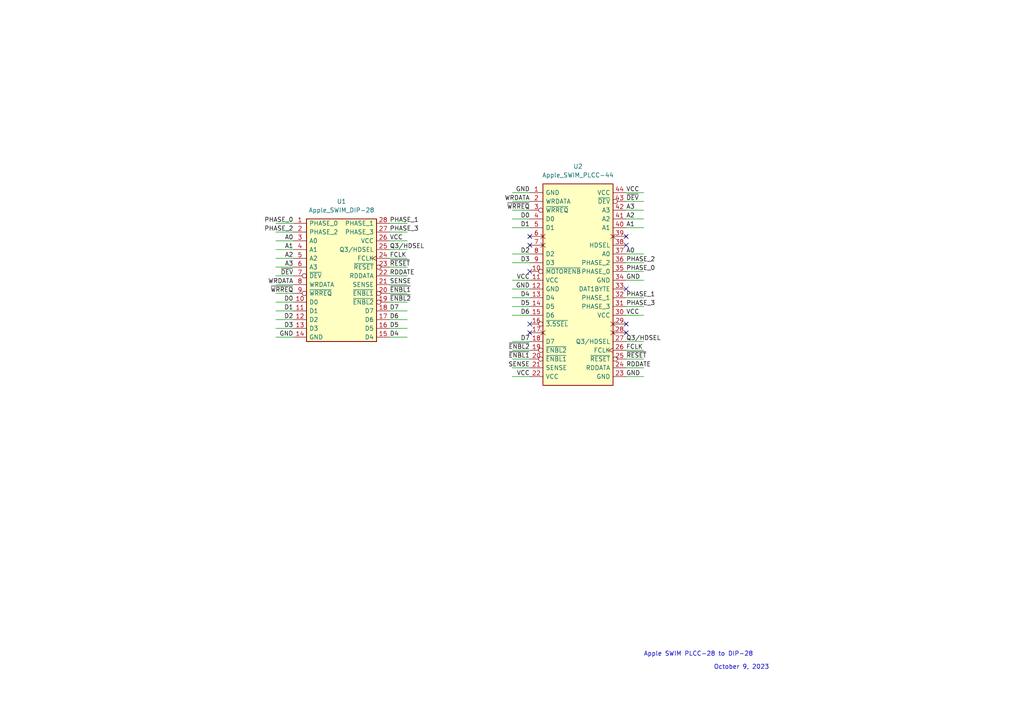
<source format=kicad_sch>
(kicad_sch (version 20211123) (generator eeschema)

  (uuid c73a1931-7372-48ba-ab36-914e4fba4a73)

  (paper "A4")

  (lib_symbols
    (symbol "alxlab:Apple_SWIM_DIP-28" (pin_names (offset 0.762)) (in_bom yes) (on_board yes)
      (property "Reference" "U" (id 0) (at 0 21.59 0)
        (effects (font (size 1.27 1.27)))
      )
      (property "Value" "Apple_SWIM_DIP-28" (id 1) (at 0 19.05 0)
        (effects (font (size 1.27 1.27)))
      )
      (property "Footprint" "Package_DIP:DIP-28_W15.24mm" (id 2) (at 0 -21.59 0)
        (effects (font (size 1.27 1.27)) hide)
      )
      (property "Datasheet" "" (id 3) (at 0 -5.08 0)
        (effects (font (size 1.27 1.27)) hide)
      )
      (symbol "Apple_SWIM_DIP-28_1_1"
        (rectangle (start -10.16 16.51) (end 10.16 -19.05)
          (stroke (width 0.254) (type default) (color 0 0 0 0))
          (fill (type background))
        )
        (pin bidirectional line (at -13.97 15.24 0) (length 3.81)
          (name "PHASE_0" (effects (font (size 1.27 1.27))))
          (number "1" (effects (font (size 1.27 1.27))))
        )
        (pin bidirectional line (at -13.97 -7.62 0) (length 3.81)
          (name "D0" (effects (font (size 1.27 1.27))))
          (number "10" (effects (font (size 1.27 1.27))))
        )
        (pin bidirectional line (at -13.97 -10.16 0) (length 3.81)
          (name "D1" (effects (font (size 1.27 1.27))))
          (number "11" (effects (font (size 1.27 1.27))))
        )
        (pin bidirectional line (at -13.97 -12.7 0) (length 3.81)
          (name "D2" (effects (font (size 1.27 1.27))))
          (number "12" (effects (font (size 1.27 1.27))))
        )
        (pin bidirectional line (at -13.97 -15.24 0) (length 3.81)
          (name "D3" (effects (font (size 1.27 1.27))))
          (number "13" (effects (font (size 1.27 1.27))))
        )
        (pin power_in line (at -13.97 -17.78 0) (length 3.81)
          (name "GND" (effects (font (size 1.27 1.27))))
          (number "14" (effects (font (size 1.27 1.27))))
        )
        (pin bidirectional line (at 13.97 -17.78 180) (length 3.81)
          (name "D4" (effects (font (size 1.27 1.27))))
          (number "15" (effects (font (size 1.27 1.27))))
        )
        (pin bidirectional line (at 13.97 -15.24 180) (length 3.81)
          (name "D5" (effects (font (size 1.27 1.27))))
          (number "16" (effects (font (size 1.27 1.27))))
        )
        (pin bidirectional line (at 13.97 -12.7 180) (length 3.81)
          (name "D6" (effects (font (size 1.27 1.27))))
          (number "17" (effects (font (size 1.27 1.27))))
        )
        (pin bidirectional line (at 13.97 -10.16 180) (length 3.81)
          (name "D7" (effects (font (size 1.27 1.27))))
          (number "18" (effects (font (size 1.27 1.27))))
        )
        (pin output inverted (at 13.97 -7.62 180) (length 3.81)
          (name "~{ENBL2}" (effects (font (size 1.27 1.27))))
          (number "19" (effects (font (size 1.27 1.27))))
        )
        (pin bidirectional line (at -13.97 12.7 0) (length 3.81)
          (name "PHASE_2" (effects (font (size 1.27 1.27))))
          (number "2" (effects (font (size 1.27 1.27))))
        )
        (pin output inverted (at 13.97 -5.08 180) (length 3.81)
          (name "~{ENBL1}" (effects (font (size 1.27 1.27))))
          (number "20" (effects (font (size 1.27 1.27))))
        )
        (pin input line (at 13.97 -2.54 180) (length 3.81)
          (name "SENSE" (effects (font (size 1.27 1.27))))
          (number "21" (effects (font (size 1.27 1.27))))
        )
        (pin input line (at 13.97 0 180) (length 3.81)
          (name "RDDATA" (effects (font (size 1.27 1.27))))
          (number "22" (effects (font (size 1.27 1.27))))
        )
        (pin input inverted (at 13.97 2.54 180) (length 3.81)
          (name "~{RESET}" (effects (font (size 1.27 1.27))))
          (number "23" (effects (font (size 1.27 1.27))))
        )
        (pin input clock (at 13.97 5.08 180) (length 3.81)
          (name "FCLK" (effects (font (size 1.27 1.27))))
          (number "24" (effects (font (size 1.27 1.27))))
        )
        (pin bidirectional line (at 13.97 7.62 180) (length 3.81)
          (name "Q3/HDSEL" (effects (font (size 1.27 1.27))))
          (number "25" (effects (font (size 1.27 1.27))))
        )
        (pin power_in line (at 13.97 10.16 180) (length 3.81)
          (name "VCC" (effects (font (size 1.27 1.27))))
          (number "26" (effects (font (size 1.27 1.27))))
        )
        (pin bidirectional line (at 13.97 12.7 180) (length 3.81)
          (name "PHASE_3" (effects (font (size 1.27 1.27))))
          (number "27" (effects (font (size 1.27 1.27))))
        )
        (pin bidirectional line (at 13.97 15.24 180) (length 3.81)
          (name "PHASE_1" (effects (font (size 1.27 1.27))))
          (number "28" (effects (font (size 1.27 1.27))))
        )
        (pin input line (at -13.97 10.16 0) (length 3.81)
          (name "A0" (effects (font (size 1.27 1.27))))
          (number "3" (effects (font (size 1.27 1.27))))
        )
        (pin input line (at -13.97 7.62 0) (length 3.81)
          (name "A1" (effects (font (size 1.27 1.27))))
          (number "4" (effects (font (size 1.27 1.27))))
        )
        (pin input line (at -13.97 5.08 0) (length 3.81)
          (name "A2" (effects (font (size 1.27 1.27))))
          (number "5" (effects (font (size 1.27 1.27))))
        )
        (pin input line (at -13.97 2.54 0) (length 3.81)
          (name "A3" (effects (font (size 1.27 1.27))))
          (number "6" (effects (font (size 1.27 1.27))))
        )
        (pin input inverted (at -13.97 0 0) (length 3.81)
          (name "~{DEV}" (effects (font (size 1.27 1.27))))
          (number "7" (effects (font (size 1.27 1.27))))
        )
        (pin output line (at -13.97 -2.54 0) (length 3.81)
          (name "WRDATA" (effects (font (size 1.27 1.27))))
          (number "8" (effects (font (size 1.27 1.27))))
        )
        (pin output inverted (at -13.97 -5.08 0) (length 3.81)
          (name "~{WRREQ}" (effects (font (size 1.27 1.27))))
          (number "9" (effects (font (size 1.27 1.27))))
        )
      )
    )
    (symbol "alxlab:Apple_SWIM_PLCC-44" (pin_names (offset 0.762)) (in_bom yes) (on_board yes)
      (property "Reference" "U" (id 0) (at 0 35.56 0)
        (effects (font (size 1.27 1.27)))
      )
      (property "Value" "Apple_SWIM_PLCC-44" (id 1) (at 0 33.02 0)
        (effects (font (size 1.27 1.27)))
      )
      (property "Footprint" "Package_LCC:PLCC-44" (id 2) (at 0 -33.02 0)
        (effects (font (size 1.27 1.27)) hide)
      )
      (property "Datasheet" "" (id 3) (at 0 -5.08 0)
        (effects (font (size 1.27 1.27)) hide)
      )
      (symbol "Apple_SWIM_PLCC-44_1_1"
        (rectangle (start -10.16 29.21) (end 10.16 -29.21)
          (stroke (width 0.254) (type default) (color 0 0 0 0))
          (fill (type background))
        )
        (pin power_in line (at -13.97 26.67 0) (length 3.81)
          (name "GND" (effects (font (size 1.27 1.27))))
          (number "1" (effects (font (size 1.27 1.27))))
        )
        (pin output inverted (at -13.97 3.81 0) (length 3.81)
          (name "~{MOTORENB}" (effects (font (size 1.27 1.27))))
          (number "10" (effects (font (size 1.27 1.27))))
        )
        (pin power_in line (at -13.97 1.27 0) (length 3.81)
          (name "VCC" (effects (font (size 1.27 1.27))))
          (number "11" (effects (font (size 1.27 1.27))))
        )
        (pin power_in line (at -13.97 -1.27 0) (length 3.81)
          (name "GND" (effects (font (size 1.27 1.27))))
          (number "12" (effects (font (size 1.27 1.27))))
        )
        (pin bidirectional line (at -13.97 -3.81 0) (length 3.81)
          (name "D4" (effects (font (size 1.27 1.27))))
          (number "13" (effects (font (size 1.27 1.27))))
        )
        (pin bidirectional line (at -13.97 -6.35 0) (length 3.81)
          (name "D5" (effects (font (size 1.27 1.27))))
          (number "14" (effects (font (size 1.27 1.27))))
        )
        (pin bidirectional line (at -13.97 -8.89 0) (length 3.81)
          (name "D6" (effects (font (size 1.27 1.27))))
          (number "15" (effects (font (size 1.27 1.27))))
        )
        (pin output inverted (at -13.97 -11.43 0) (length 3.81)
          (name "~{3.5SEL}" (effects (font (size 1.27 1.27))))
          (number "16" (effects (font (size 1.27 1.27))))
        )
        (pin no_connect non_logic (at -13.97 -13.97 0) (length 3.81)
          (name "" (effects (font (size 1.27 1.27))))
          (number "17" (effects (font (size 1.27 1.27))))
        )
        (pin bidirectional line (at -13.97 -16.51 0) (length 3.81)
          (name "D7" (effects (font (size 1.27 1.27))))
          (number "18" (effects (font (size 1.27 1.27))))
        )
        (pin output inverted (at -13.97 -19.05 0) (length 3.81)
          (name "~{ENBL2}" (effects (font (size 1.27 1.27))))
          (number "19" (effects (font (size 1.27 1.27))))
        )
        (pin output line (at -13.97 24.13 0) (length 3.81)
          (name "WRDATA" (effects (font (size 1.27 1.27))))
          (number "2" (effects (font (size 1.27 1.27))))
        )
        (pin output inverted (at -13.97 -21.59 0) (length 3.81)
          (name "~{ENBL1}" (effects (font (size 1.27 1.27))))
          (number "20" (effects (font (size 1.27 1.27))))
        )
        (pin input line (at -13.97 -24.13 0) (length 3.81)
          (name "SENSE" (effects (font (size 1.27 1.27))))
          (number "21" (effects (font (size 1.27 1.27))))
        )
        (pin power_in line (at -13.97 -26.67 0) (length 3.81)
          (name "VCC" (effects (font (size 1.27 1.27))))
          (number "22" (effects (font (size 1.27 1.27))))
        )
        (pin power_in line (at 13.97 -26.67 180) (length 3.81)
          (name "GND" (effects (font (size 1.27 1.27))))
          (number "23" (effects (font (size 1.27 1.27))))
        )
        (pin input line (at 13.97 -24.13 180) (length 3.81)
          (name "RDDATA" (effects (font (size 1.27 1.27))))
          (number "24" (effects (font (size 1.27 1.27))))
        )
        (pin input inverted (at 13.97 -21.59 180) (length 3.81)
          (name "~{RESET}" (effects (font (size 1.27 1.27))))
          (number "25" (effects (font (size 1.27 1.27))))
        )
        (pin input clock (at 13.97 -19.05 180) (length 3.81)
          (name "FCLK" (effects (font (size 1.27 1.27))))
          (number "26" (effects (font (size 1.27 1.27))))
        )
        (pin bidirectional line (at 13.97 -16.51 180) (length 3.81)
          (name "Q3/HDSEL" (effects (font (size 1.27 1.27))))
          (number "27" (effects (font (size 1.27 1.27))))
        )
        (pin no_connect non_logic (at 13.97 -13.97 180) (length 3.81)
          (name "" (effects (font (size 1.27 1.27))))
          (number "28" (effects (font (size 1.27 1.27))))
        )
        (pin no_connect non_logic (at 13.97 -11.43 180) (length 3.81)
          (name "" (effects (font (size 1.27 1.27))))
          (number "29" (effects (font (size 1.27 1.27))))
        )
        (pin output inverted (at -13.97 21.59 0) (length 3.81)
          (name "~{WRREQ}" (effects (font (size 1.27 1.27))))
          (number "3" (effects (font (size 1.27 1.27))))
        )
        (pin power_in line (at 13.97 -8.89 180) (length 3.81)
          (name "VCC" (effects (font (size 1.27 1.27))))
          (number "30" (effects (font (size 1.27 1.27))))
        )
        (pin bidirectional line (at 13.97 -6.35 180) (length 3.81)
          (name "PHASE_3" (effects (font (size 1.27 1.27))))
          (number "31" (effects (font (size 1.27 1.27))))
        )
        (pin bidirectional line (at 13.97 -3.81 180) (length 3.81)
          (name "PHASE_1" (effects (font (size 1.27 1.27))))
          (number "32" (effects (font (size 1.27 1.27))))
        )
        (pin output line (at 13.97 -1.27 180) (length 3.81)
          (name "DAT1BYTE" (effects (font (size 1.27 1.27))))
          (number "33" (effects (font (size 1.27 1.27))))
        )
        (pin power_in line (at 13.97 1.27 180) (length 3.81)
          (name "GND" (effects (font (size 1.27 1.27))))
          (number "34" (effects (font (size 1.27 1.27))))
        )
        (pin bidirectional line (at 13.97 3.81 180) (length 3.81)
          (name "PHASE_0" (effects (font (size 1.27 1.27))))
          (number "35" (effects (font (size 1.27 1.27))))
        )
        (pin bidirectional line (at 13.97 6.35 180) (length 3.81)
          (name "PHASE_2" (effects (font (size 1.27 1.27))))
          (number "36" (effects (font (size 1.27 1.27))))
        )
        (pin input line (at 13.97 8.89 180) (length 3.81)
          (name "A0" (effects (font (size 1.27 1.27))))
          (number "37" (effects (font (size 1.27 1.27))))
        )
        (pin output line (at 13.97 11.43 180) (length 3.81)
          (name "HDSEL" (effects (font (size 1.27 1.27))))
          (number "38" (effects (font (size 1.27 1.27))))
        )
        (pin no_connect non_logic (at 13.97 13.97 180) (length 3.81)
          (name "" (effects (font (size 1.27 1.27))))
          (number "39" (effects (font (size 1.27 1.27))))
        )
        (pin bidirectional line (at -13.97 19.05 0) (length 3.81)
          (name "D0" (effects (font (size 1.27 1.27))))
          (number "4" (effects (font (size 1.27 1.27))))
        )
        (pin input line (at 13.97 16.51 180) (length 3.81)
          (name "A1" (effects (font (size 1.27 1.27))))
          (number "40" (effects (font (size 1.27 1.27))))
        )
        (pin input line (at 13.97 19.05 180) (length 3.81)
          (name "A2" (effects (font (size 1.27 1.27))))
          (number "41" (effects (font (size 1.27 1.27))))
        )
        (pin input line (at 13.97 21.59 180) (length 3.81)
          (name "A3" (effects (font (size 1.27 1.27))))
          (number "42" (effects (font (size 1.27 1.27))))
        )
        (pin input inverted (at 13.97 24.13 180) (length 3.81)
          (name "~{DEV}" (effects (font (size 1.27 1.27))))
          (number "43" (effects (font (size 1.27 1.27))))
        )
        (pin power_in line (at 13.97 26.67 180) (length 3.81)
          (name "VCC" (effects (font (size 1.27 1.27))))
          (number "44" (effects (font (size 1.27 1.27))))
        )
        (pin bidirectional line (at -13.97 16.51 0) (length 3.81)
          (name "D1" (effects (font (size 1.27 1.27))))
          (number "5" (effects (font (size 1.27 1.27))))
        )
        (pin no_connect non_logic (at -13.97 13.97 0) (length 3.81)
          (name "" (effects (font (size 1.27 1.27))))
          (number "6" (effects (font (size 1.27 1.27))))
        )
        (pin no_connect non_logic (at -13.97 11.43 0) (length 3.81)
          (name "" (effects (font (size 1.27 1.27))))
          (number "7" (effects (font (size 1.27 1.27))))
        )
        (pin bidirectional line (at -13.97 8.89 0) (length 3.81)
          (name "D2" (effects (font (size 1.27 1.27))))
          (number "8" (effects (font (size 1.27 1.27))))
        )
        (pin bidirectional line (at -13.97 6.35 0) (length 3.81)
          (name "D3" (effects (font (size 1.27 1.27))))
          (number "9" (effects (font (size 1.27 1.27))))
        )
      )
    )
  )


  (no_connect (at 153.67 96.52) (uuid 29c7534f-a044-486b-a3ae-fa4b4e813858))
  (no_connect (at 181.61 71.12) (uuid 3cc5e0ca-efe3-4cee-9182-b16898fbdb67))
  (no_connect (at 153.67 68.58) (uuid 82465688-df06-40e5-b282-fd2f8bcc8093))
  (no_connect (at 153.67 93.98) (uuid 94c5ecc0-26ff-40a5-b853-f3730f1822b4))
  (no_connect (at 153.67 71.12) (uuid 9b491dc4-bea8-4e94-8991-fee4a25f8ad0))
  (no_connect (at 153.67 78.74) (uuid a6e466d2-56af-4e15-9d13-d7bbf076c584))
  (no_connect (at 181.61 93.98) (uuid a81725f7-6a56-4ada-b1c8-e46e1433f06c))
  (no_connect (at 181.61 83.82) (uuid c4424436-10e2-49de-9bc8-7cddef24b901))
  (no_connect (at 181.61 96.52) (uuid c83be1fa-da20-4e3a-aea9-2d9b4ef48049))
  (no_connect (at 181.61 68.58) (uuid d8eb849c-c34e-4ed6-ae70-862f6b3d51a8))

  (wire (pts (xy 80.01 67.31) (xy 85.09 67.31))
    (stroke (width 0) (type default) (color 0 0 0 0))
    (uuid 02b6d859-cf0a-4b78-90d7-c245f4606047)
  )
  (wire (pts (xy 80.01 80.01) (xy 85.09 80.01))
    (stroke (width 0) (type default) (color 0 0 0 0))
    (uuid 0561e8e0-7b08-41d1-b83c-2c8c790e25cd)
  )
  (wire (pts (xy 113.03 90.17) (xy 118.11 90.17))
    (stroke (width 0) (type default) (color 0 0 0 0))
    (uuid 0b4b483e-d99d-4f87-b4f8-71da52a8e61e)
  )
  (wire (pts (xy 80.01 69.85) (xy 85.09 69.85))
    (stroke (width 0) (type default) (color 0 0 0 0))
    (uuid 0d9320bb-9627-46bc-9ef6-5a7587493f01)
  )
  (wire (pts (xy 113.03 97.79) (xy 118.11 97.79))
    (stroke (width 0) (type default) (color 0 0 0 0))
    (uuid 0ee116da-0fc1-46a0-9267-732f40e70fe2)
  )
  (wire (pts (xy 181.61 55.88) (xy 186.69 55.88))
    (stroke (width 0) (type default) (color 0 0 0 0))
    (uuid 1e4d1277-7e7e-4e68-ada5-eae1c2fad7f3)
  )
  (wire (pts (xy 80.01 82.55) (xy 85.09 82.55))
    (stroke (width 0) (type default) (color 0 0 0 0))
    (uuid 2035f49e-1f8c-4c90-bf34-b8f0fbf9c692)
  )
  (wire (pts (xy 148.59 76.2) (xy 153.67 76.2))
    (stroke (width 0) (type default) (color 0 0 0 0))
    (uuid 21a6a613-cd7a-422b-ac0a-8e25fbcf2593)
  )
  (wire (pts (xy 181.61 88.9) (xy 186.69 88.9))
    (stroke (width 0) (type default) (color 0 0 0 0))
    (uuid 25b118b6-c3d8-4b1e-b1ea-7f6cfc095a0b)
  )
  (wire (pts (xy 113.03 80.01) (xy 118.11 80.01))
    (stroke (width 0) (type default) (color 0 0 0 0))
    (uuid 2a3db7da-00db-4266-9343-a2a2b1142648)
  )
  (wire (pts (xy 181.61 101.6) (xy 186.69 101.6))
    (stroke (width 0) (type default) (color 0 0 0 0))
    (uuid 2cbff663-a1a6-4a16-afbe-e942a7a9941c)
  )
  (wire (pts (xy 148.59 63.5) (xy 153.67 63.5))
    (stroke (width 0) (type default) (color 0 0 0 0))
    (uuid 30f9f705-a157-4364-8ebf-f4e94ae78272)
  )
  (wire (pts (xy 153.67 104.14) (xy 148.59 104.14))
    (stroke (width 0) (type default) (color 0 0 0 0))
    (uuid 32bad0e2-d3a9-4bd3-b9fe-482beb10a57a)
  )
  (wire (pts (xy 148.59 73.66) (xy 153.67 73.66))
    (stroke (width 0) (type default) (color 0 0 0 0))
    (uuid 3498303e-cf85-4500-9da5-c4a2b33a2086)
  )
  (wire (pts (xy 153.67 86.36) (xy 148.59 86.36))
    (stroke (width 0) (type default) (color 0 0 0 0))
    (uuid 38b8e677-1b65-4f87-9bcf-2432bdf46311)
  )
  (wire (pts (xy 148.59 66.04) (xy 153.67 66.04))
    (stroke (width 0) (type default) (color 0 0 0 0))
    (uuid 392489c8-2e8c-4985-af57-411f4da06e1b)
  )
  (wire (pts (xy 80.01 87.63) (xy 85.09 87.63))
    (stroke (width 0) (type default) (color 0 0 0 0))
    (uuid 40e3e4db-31f7-4c20-8cb0-046ecca1ebc6)
  )
  (wire (pts (xy 186.69 78.74) (xy 181.61 78.74))
    (stroke (width 0) (type default) (color 0 0 0 0))
    (uuid 455dcbd2-9929-45ac-a3ba-1139f1910dce)
  )
  (wire (pts (xy 148.59 58.42) (xy 153.67 58.42))
    (stroke (width 0) (type default) (color 0 0 0 0))
    (uuid 459f5382-e0d4-4fba-b2f8-04a528eba67c)
  )
  (wire (pts (xy 181.61 99.06) (xy 186.69 99.06))
    (stroke (width 0) (type default) (color 0 0 0 0))
    (uuid 459fd3e7-9f48-4efb-92fa-b17650ace633)
  )
  (wire (pts (xy 113.03 67.31) (xy 118.11 67.31))
    (stroke (width 0) (type default) (color 0 0 0 0))
    (uuid 58823515-067b-4088-adcf-f936dc601458)
  )
  (wire (pts (xy 186.69 58.42) (xy 181.61 58.42))
    (stroke (width 0) (type default) (color 0 0 0 0))
    (uuid 627d7652-8c30-4023-a796-1c7815527327)
  )
  (wire (pts (xy 181.61 106.68) (xy 186.69 106.68))
    (stroke (width 0) (type default) (color 0 0 0 0))
    (uuid 628d54b3-8010-4e87-aa13-f62600322e9a)
  )
  (wire (pts (xy 181.61 91.44) (xy 186.69 91.44))
    (stroke (width 0) (type default) (color 0 0 0 0))
    (uuid 645d7bf9-ed4e-4dcd-b511-c7d0f335d7c3)
  )
  (wire (pts (xy 113.03 64.77) (xy 118.11 64.77))
    (stroke (width 0) (type default) (color 0 0 0 0))
    (uuid 674903d4-3993-43fe-8088-8f6923f9c8ed)
  )
  (wire (pts (xy 113.03 82.55) (xy 118.11 82.55))
    (stroke (width 0) (type default) (color 0 0 0 0))
    (uuid 67be4e14-ea59-46f5-b95a-a1a9b816001b)
  )
  (wire (pts (xy 153.67 106.68) (xy 148.59 106.68))
    (stroke (width 0) (type default) (color 0 0 0 0))
    (uuid 6a643e6a-6faf-40e4-ad5f-1b7964229d63)
  )
  (wire (pts (xy 148.59 83.82) (xy 153.67 83.82))
    (stroke (width 0) (type default) (color 0 0 0 0))
    (uuid 6caa00f5-bee0-416d-9b8d-4c7437256706)
  )
  (wire (pts (xy 113.03 77.47) (xy 118.11 77.47))
    (stroke (width 0) (type default) (color 0 0 0 0))
    (uuid 6cd2648a-da3d-4419-8c70-860a6c0ba09d)
  )
  (wire (pts (xy 148.59 55.88) (xy 153.67 55.88))
    (stroke (width 0) (type default) (color 0 0 0 0))
    (uuid 6ea59e84-2d14-40eb-b188-6ad377973e99)
  )
  (wire (pts (xy 80.01 74.93) (xy 85.09 74.93))
    (stroke (width 0) (type default) (color 0 0 0 0))
    (uuid 76c4295e-b705-42d8-92bd-babb28513eaa)
  )
  (wire (pts (xy 181.61 104.14) (xy 186.69 104.14))
    (stroke (width 0) (type default) (color 0 0 0 0))
    (uuid 7736d603-1ff7-47d0-8691-1afcc0c93da0)
  )
  (wire (pts (xy 113.03 92.71) (xy 118.11 92.71))
    (stroke (width 0) (type default) (color 0 0 0 0))
    (uuid 7afe3fa1-9c3b-45ac-b7a9-d060f20061ef)
  )
  (wire (pts (xy 113.03 72.39) (xy 118.11 72.39))
    (stroke (width 0) (type default) (color 0 0 0 0))
    (uuid 7b8373a8-d2bd-4553-93e6-da6b974073e1)
  )
  (wire (pts (xy 186.69 66.04) (xy 181.61 66.04))
    (stroke (width 0) (type default) (color 0 0 0 0))
    (uuid 7ee8a3e7-8d83-43f2-a518-117ee8264543)
  )
  (wire (pts (xy 181.61 109.22) (xy 186.69 109.22))
    (stroke (width 0) (type default) (color 0 0 0 0))
    (uuid 835b6748-bff3-44b0-928f-4f90eafd418d)
  )
  (wire (pts (xy 113.03 74.93) (xy 118.11 74.93))
    (stroke (width 0) (type default) (color 0 0 0 0))
    (uuid 86e6b908-0f05-41ff-b1c1-6a6893b3aff0)
  )
  (wire (pts (xy 153.67 88.9) (xy 148.59 88.9))
    (stroke (width 0) (type default) (color 0 0 0 0))
    (uuid 880ba381-2419-496a-83a8-1f8359a88a75)
  )
  (wire (pts (xy 148.59 60.96) (xy 153.67 60.96))
    (stroke (width 0) (type default) (color 0 0 0 0))
    (uuid 90d788df-080f-435b-8847-6c80235b5cc1)
  )
  (wire (pts (xy 80.01 95.25) (xy 85.09 95.25))
    (stroke (width 0) (type default) (color 0 0 0 0))
    (uuid 9809f965-8441-4076-93ff-990df5338e33)
  )
  (wire (pts (xy 153.67 109.22) (xy 148.59 109.22))
    (stroke (width 0) (type default) (color 0 0 0 0))
    (uuid 9ffa0109-a002-461c-99ff-b40c55812d4f)
  )
  (wire (pts (xy 186.69 63.5) (xy 181.61 63.5))
    (stroke (width 0) (type default) (color 0 0 0 0))
    (uuid a28250b4-91b9-46d8-bc86-97a015c247b0)
  )
  (wire (pts (xy 113.03 95.25) (xy 118.11 95.25))
    (stroke (width 0) (type default) (color 0 0 0 0))
    (uuid a6faa453-6cbb-4fd0-a7ae-ef45e5e825d2)
  )
  (wire (pts (xy 181.61 86.36) (xy 186.69 86.36))
    (stroke (width 0) (type default) (color 0 0 0 0))
    (uuid a768cfab-d3fe-4a4c-89f6-4cb3ef854c0f)
  )
  (wire (pts (xy 113.03 87.63) (xy 118.11 87.63))
    (stroke (width 0) (type default) (color 0 0 0 0))
    (uuid aab8301c-ca87-4cbc-b22a-2ef76b68766d)
  )
  (wire (pts (xy 80.01 97.79) (xy 85.09 97.79))
    (stroke (width 0) (type default) (color 0 0 0 0))
    (uuid ac03afe3-1693-47b6-9a6d-7fa2d6be2bb2)
  )
  (wire (pts (xy 113.03 85.09) (xy 118.11 85.09))
    (stroke (width 0) (type default) (color 0 0 0 0))
    (uuid ae8507f8-e78b-4caf-bba4-13f24069c6c2)
  )
  (wire (pts (xy 80.01 92.71) (xy 85.09 92.71))
    (stroke (width 0) (type default) (color 0 0 0 0))
    (uuid b1e8ac0c-671a-4b81-a40e-af327854a0eb)
  )
  (wire (pts (xy 186.69 76.2) (xy 181.61 76.2))
    (stroke (width 0) (type default) (color 0 0 0 0))
    (uuid bae72022-34a5-4793-8670-714ac6f621ec)
  )
  (wire (pts (xy 113.03 69.85) (xy 118.11 69.85))
    (stroke (width 0) (type default) (color 0 0 0 0))
    (uuid bb1e62f1-7151-4158-829d-23199232a95c)
  )
  (wire (pts (xy 80.01 77.47) (xy 85.09 77.47))
    (stroke (width 0) (type default) (color 0 0 0 0))
    (uuid be04cb78-3e88-4e03-a795-bc75366a9bf8)
  )
  (wire (pts (xy 153.67 91.44) (xy 148.59 91.44))
    (stroke (width 0) (type default) (color 0 0 0 0))
    (uuid c6777adf-e387-4d6e-b59c-4fa8508b1721)
  )
  (wire (pts (xy 153.67 99.06) (xy 148.59 99.06))
    (stroke (width 0) (type default) (color 0 0 0 0))
    (uuid c69f8967-8da1-4ce2-b3c3-d59c5222e34f)
  )
  (wire (pts (xy 80.01 72.39) (xy 85.09 72.39))
    (stroke (width 0) (type default) (color 0 0 0 0))
    (uuid c7efe72e-82cf-405f-8fa8-cdbd9a6cc7a5)
  )
  (wire (pts (xy 153.67 101.6) (xy 148.59 101.6))
    (stroke (width 0) (type default) (color 0 0 0 0))
    (uuid cc1886fd-82de-4088-acbf-a57bf303a673)
  )
  (wire (pts (xy 80.01 90.17) (xy 85.09 90.17))
    (stroke (width 0) (type default) (color 0 0 0 0))
    (uuid cff431d5-fc8b-467b-a3b3-fec3e4a11a7b)
  )
  (wire (pts (xy 181.61 81.28) (xy 186.69 81.28))
    (stroke (width 0) (type default) (color 0 0 0 0))
    (uuid d03aba8e-05fc-4562-9dc0-a0e5a1e0896b)
  )
  (wire (pts (xy 80.01 85.09) (xy 85.09 85.09))
    (stroke (width 0) (type default) (color 0 0 0 0))
    (uuid e5e53f8c-9e62-47eb-8c94-b9e0e611d76f)
  )
  (wire (pts (xy 186.69 73.66) (xy 181.61 73.66))
    (stroke (width 0) (type default) (color 0 0 0 0))
    (uuid ec9179a5-0583-45c2-a530-a4bc90afe8dd)
  )
  (wire (pts (xy 186.69 60.96) (xy 181.61 60.96))
    (stroke (width 0) (type default) (color 0 0 0 0))
    (uuid eea382ba-1c0e-479d-af95-f5881eb5b5c0)
  )
  (wire (pts (xy 80.01 64.77) (xy 85.09 64.77))
    (stroke (width 0) (type default) (color 0 0 0 0))
    (uuid f567472e-c4a4-4af6-a89b-c91c8dc83b5b)
  )
  (wire (pts (xy 153.67 81.28) (xy 148.59 81.28))
    (stroke (width 0) (type default) (color 0 0 0 0))
    (uuid fe7ddebf-6e3a-4e94-ac38-00ce3d4b4c95)
  )

  (text "October 9, 2023" (at 207.01 194.31 0)
    (effects (font (size 1.27 1.27)) (justify left bottom))
    (uuid a9ceb9ca-2b31-409c-b7db-d82bc450a9d7)
  )
  (text "Apple SWIM PLCC-28 to DIP-28" (at 186.69 190.5 0)
    (effects (font (size 1.27 1.27)) (justify left bottom))
    (uuid e7d3459e-13c6-4acb-97b4-d5541c6d361a)
  )

  (label "VCC" (at 113.03 69.85 0)
    (effects (font (size 1.27 1.27)) (justify left bottom))
    (uuid 05db3f09-fd82-4610-a5c8-505c71c14a55)
  )
  (label "A2" (at 181.61 63.5 0)
    (effects (font (size 1.27 1.27)) (justify left bottom))
    (uuid 08aca307-91e0-4a01-9c5b-6cffebb6e6aa)
  )
  (label "SENSE" (at 113.03 82.55 0)
    (effects (font (size 1.27 1.27)) (justify left bottom))
    (uuid 10158689-f387-4298-8d43-2835b30e39af)
  )
  (label "D1" (at 85.09 90.17 180)
    (effects (font (size 1.27 1.27)) (justify right bottom))
    (uuid 1019dbdb-4c0a-4216-bcbd-289491dc2ee1)
  )
  (label "PHASE_2" (at 85.09 67.31 180)
    (effects (font (size 1.27 1.27)) (justify right bottom))
    (uuid 10d22977-b333-4d9f-84e4-a43a2a41a298)
  )
  (label "~{DEV}" (at 181.61 58.42 0)
    (effects (font (size 1.27 1.27)) (justify left bottom))
    (uuid 11ff4699-51f3-4621-aea4-5232c437635f)
  )
  (label "D4" (at 113.03 97.79 0)
    (effects (font (size 1.27 1.27)) (justify left bottom))
    (uuid 1716a84b-a961-481c-9bc6-d61268abccd8)
  )
  (label "Q3{slash}HDSEL" (at 113.03 72.39 0)
    (effects (font (size 1.27 1.27)) (justify left bottom))
    (uuid 17511131-3bf5-4811-8322-95f6aa5324af)
  )
  (label "VCC" (at 181.61 91.44 0)
    (effects (font (size 1.27 1.27)) (justify left bottom))
    (uuid 18bd6fc7-867b-43ae-ad43-34211d3eef0c)
  )
  (label "PHASE_0" (at 181.61 78.74 0)
    (effects (font (size 1.27 1.27)) (justify left bottom))
    (uuid 1a5852d0-d6fa-4f4f-9989-765e820e031c)
  )
  (label "D0" (at 153.67 63.5 180)
    (effects (font (size 1.27 1.27)) (justify right bottom))
    (uuid 1a7af7a3-71dd-4c0a-8ff3-72d30e4b0a48)
  )
  (label "D1" (at 153.67 66.04 180)
    (effects (font (size 1.27 1.27)) (justify right bottom))
    (uuid 2042e5b9-fc2d-467f-aed6-afbfc7e56eb4)
  )
  (label "D5" (at 113.03 95.25 0)
    (effects (font (size 1.27 1.27)) (justify left bottom))
    (uuid 243161f9-23a8-4602-95dd-368c736d2eb7)
  )
  (label "WRDATA" (at 153.67 58.42 180)
    (effects (font (size 1.27 1.27)) (justify right bottom))
    (uuid 277db72f-2990-4af5-8f33-77151ccb1ede)
  )
  (label "~{DEV}" (at 85.09 80.01 180)
    (effects (font (size 1.27 1.27)) (justify right bottom))
    (uuid 310ce6b1-5927-4c56-85dd-3ebfba5f0893)
  )
  (label "D6" (at 153.67 91.44 180)
    (effects (font (size 1.27 1.27)) (justify right bottom))
    (uuid 32cbb571-e1d5-451b-902d-549ca15c02f8)
  )
  (label "D6" (at 113.03 92.71 0)
    (effects (font (size 1.27 1.27)) (justify left bottom))
    (uuid 39b2519e-ff99-4de8-a81c-938d869f6391)
  )
  (label "PHASE_2" (at 181.61 76.2 0)
    (effects (font (size 1.27 1.27)) (justify left bottom))
    (uuid 3a8aa968-dbe3-45bf-ba47-c5bfcb193d81)
  )
  (label "FCLK" (at 113.03 74.93 0)
    (effects (font (size 1.27 1.27)) (justify left bottom))
    (uuid 459f7be2-249d-414a-b094-17e426de5841)
  )
  (label "D7" (at 153.67 99.06 180)
    (effects (font (size 1.27 1.27)) (justify right bottom))
    (uuid 4c80e076-9c12-47cb-bcb1-0d942ba5ee18)
  )
  (label "D7" (at 113.03 90.17 0)
    (effects (font (size 1.27 1.27)) (justify left bottom))
    (uuid 5132e916-c6da-4ec7-b637-6ee9df1d6688)
  )
  (label "GND" (at 153.67 83.82 180)
    (effects (font (size 1.27 1.27)) (justify right bottom))
    (uuid 53b4adcf-c0ae-49ce-aec4-1c4341a58ebb)
  )
  (label "D5" (at 153.67 88.9 180)
    (effects (font (size 1.27 1.27)) (justify right bottom))
    (uuid 58b4f40a-7b94-409e-80ad-a7857f9bf796)
  )
  (label "D0" (at 85.09 87.63 180)
    (effects (font (size 1.27 1.27)) (justify right bottom))
    (uuid 5cb39d63-bc01-4080-a15d-acc27ea3646b)
  )
  (label "FCLK" (at 181.61 101.6 0)
    (effects (font (size 1.27 1.27)) (justify left bottom))
    (uuid 5f83c641-490c-482d-8bcf-909cda676280)
  )
  (label "GND" (at 85.09 97.79 180)
    (effects (font (size 1.27 1.27)) (justify right bottom))
    (uuid 638c3b27-94be-49db-ad8a-aa48d27025ec)
  )
  (label "SENSE" (at 153.67 106.68 180)
    (effects (font (size 1.27 1.27)) (justify right bottom))
    (uuid 64c9186a-7d86-44e3-99fd-bc7781909060)
  )
  (label "RDDATE" (at 181.61 106.68 0)
    (effects (font (size 1.27 1.27)) (justify left bottom))
    (uuid 6f48f3aa-7236-4c8c-9ea9-4f9fc2fa4bdc)
  )
  (label "PHASE_1" (at 113.03 64.77 0)
    (effects (font (size 1.27 1.27)) (justify left bottom))
    (uuid 76180914-910c-442c-94f4-d31883a46028)
  )
  (label "GND" (at 181.61 109.22 0)
    (effects (font (size 1.27 1.27)) (justify left bottom))
    (uuid 7b7b721d-8db0-4813-90f0-b7d12317b0da)
  )
  (label "A0" (at 85.09 69.85 180)
    (effects (font (size 1.27 1.27)) (justify right bottom))
    (uuid 7d620d28-2558-4e93-9ba8-bfa233310e80)
  )
  (label "~{ENBL2}" (at 153.67 101.6 180)
    (effects (font (size 1.27 1.27)) (justify right bottom))
    (uuid 7df31f7b-4f3d-4c6b-9c42-54ae970d6705)
  )
  (label "~{ENBL1}" (at 113.03 85.09 0)
    (effects (font (size 1.27 1.27)) (justify left bottom))
    (uuid 867245c7-8806-4d05-98e6-146192dbdfcd)
  )
  (label "D2" (at 153.67 73.66 180)
    (effects (font (size 1.27 1.27)) (justify right bottom))
    (uuid 86dcf8dd-ecb7-481b-9c2d-6df8e7275f6d)
  )
  (label "A3" (at 85.09 77.47 180)
    (effects (font (size 1.27 1.27)) (justify right bottom))
    (uuid 86e5ec4a-c078-46a4-9805-91f04103445f)
  )
  (label "Q3{slash}HDSEL" (at 181.61 99.06 0)
    (effects (font (size 1.27 1.27)) (justify left bottom))
    (uuid 882941c8-b4d1-4273-9a3e-9140097eee06)
  )
  (label "WRDATA" (at 85.09 82.55 180)
    (effects (font (size 1.27 1.27)) (justify right bottom))
    (uuid 8f3827df-0a74-42bb-92dc-d8397b74ba52)
  )
  (label "D4" (at 153.67 86.36 180)
    (effects (font (size 1.27 1.27)) (justify right bottom))
    (uuid 99b0d1b3-1a07-4c7a-8d74-823b7ba2b32c)
  )
  (label "~{ENBL1}" (at 153.67 104.14 180)
    (effects (font (size 1.27 1.27)) (justify right bottom))
    (uuid a125d320-30e9-4b7d-ac88-218b4d544837)
  )
  (label "D3" (at 153.67 76.2 180)
    (effects (font (size 1.27 1.27)) (justify right bottom))
    (uuid a42ed9d8-377a-48b9-81e0-6c72d795c8c6)
  )
  (label "~{ENBL2}" (at 113.03 87.63 0)
    (effects (font (size 1.27 1.27)) (justify left bottom))
    (uuid a76ba7f0-e01f-4320-9d83-988a52f1f1bb)
  )
  (label "PHASE_3" (at 113.03 67.31 0)
    (effects (font (size 1.27 1.27)) (justify left bottom))
    (uuid aa881390-04ea-4693-88ba-f99a5810a3d7)
  )
  (label "D2" (at 85.09 92.71 180)
    (effects (font (size 1.27 1.27)) (justify right bottom))
    (uuid b2640040-e8eb-4995-881d-e92012cbbcbd)
  )
  (label "VCC" (at 181.61 55.88 0)
    (effects (font (size 1.27 1.27)) (justify left bottom))
    (uuid b3694cb7-4bfc-4630-aaa9-636853d2d7c8)
  )
  (label "~{WRREQ}" (at 153.67 60.96 180)
    (effects (font (size 1.27 1.27)) (justify right bottom))
    (uuid b51d3f3d-df55-481a-bc4e-241bb0d60766)
  )
  (label "VCC" (at 153.67 81.28 180)
    (effects (font (size 1.27 1.27)) (justify right bottom))
    (uuid b6d858cf-a51c-48a2-ad84-4f08c5ecaf37)
  )
  (label "D3" (at 85.09 95.25 180)
    (effects (font (size 1.27 1.27)) (justify right bottom))
    (uuid b790484d-b60a-43e8-af8c-0b604df59f31)
  )
  (label "VCC" (at 153.67 109.22 180)
    (effects (font (size 1.27 1.27)) (justify right bottom))
    (uuid c698db6e-d6dc-4f0e-989e-28506cad1c85)
  )
  (label "PHASE_1" (at 181.61 86.36 0)
    (effects (font (size 1.27 1.27)) (justify left bottom))
    (uuid c6e60d6c-66e1-4a31-829d-6a83561b5bfa)
  )
  (label "~{RESET}" (at 181.61 104.14 0)
    (effects (font (size 1.27 1.27)) (justify left bottom))
    (uuid ca7470fe-a50c-4193-9239-bca1c7d42264)
  )
  (label "GND" (at 181.61 81.28 0)
    (effects (font (size 1.27 1.27)) (justify left bottom))
    (uuid cc4e4484-2f8a-471f-b7a9-416a78148105)
  )
  (label "RDDATE" (at 113.03 80.01 0)
    (effects (font (size 1.27 1.27)) (justify left bottom))
    (uuid ce2d38bc-4710-412d-bc4f-2f0b1c8ecefa)
  )
  (label "GND" (at 153.67 55.88 180)
    (effects (font (size 1.27 1.27)) (justify right bottom))
    (uuid ce7d384d-1a8a-4ae4-835e-2970cd0746c5)
  )
  (label "A0" (at 181.61 73.66 0)
    (effects (font (size 1.27 1.27)) (justify left bottom))
    (uuid d9649e38-14eb-4adb-9707-f1b2ade146dc)
  )
  (label "A3" (at 181.61 60.96 0)
    (effects (font (size 1.27 1.27)) (justify left bottom))
    (uuid dd4a77f9-579b-4a5c-88bf-167a31be74fb)
  )
  (label "PHASE_0" (at 85.09 64.77 180)
    (effects (font (size 1.27 1.27)) (justify right bottom))
    (uuid e2d2c283-680a-4dc6-b845-af4b3ddfc455)
  )
  (label "~{RESET}" (at 113.03 77.47 0)
    (effects (font (size 1.27 1.27)) (justify left bottom))
    (uuid e334e448-63fb-4482-a352-07745f5e9b2e)
  )
  (label "A1" (at 181.61 66.04 0)
    (effects (font (size 1.27 1.27)) (justify left bottom))
    (uuid e4a30378-1139-4453-b5b4-43b0e1c4487c)
  )
  (label "A1" (at 85.09 72.39 180)
    (effects (font (size 1.27 1.27)) (justify right bottom))
    (uuid ea9f5482-93b7-4026-8389-342ecb1656d1)
  )
  (label "A2" (at 85.09 74.93 180)
    (effects (font (size 1.27 1.27)) (justify right bottom))
    (uuid f95d71e3-cdc7-45a3-9e43-e3bcf3fd80c7)
  )
  (label "PHASE_3" (at 181.61 88.9 0)
    (effects (font (size 1.27 1.27)) (justify left bottom))
    (uuid fac71445-e75a-41d5-8f9c-d12a6214deaa)
  )
  (label "~{WRREQ}" (at 85.09 85.09 180)
    (effects (font (size 1.27 1.27)) (justify right bottom))
    (uuid fefc9b3a-1140-4372-8e07-d3f0bf112341)
  )

  (symbol (lib_id "alxlab:Apple_SWIM_PLCC-44") (at 167.64 82.55 0) (unit 1)
    (in_bom yes) (on_board yes) (fields_autoplaced)
    (uuid 09a0323c-0439-4368-b92c-723cb15a99bb)
    (property "Reference" "U2" (id 0) (at 167.64 48.26 0))
    (property "Value" "Apple_SWIM_PLCC-44" (id 1) (at 167.64 50.8 0))
    (property "Footprint" "Package_LCC:PLCC-44" (id 2) (at 167.64 115.57 0)
      (effects (font (size 1.27 1.27)) hide)
    )
    (property "Datasheet" "" (id 3) (at 167.64 87.63 0)
      (effects (font (size 1.27 1.27)) hide)
    )
    (pin "1" (uuid 9ca31a31-07d0-412d-879d-db408bacdfb9))
    (pin "10" (uuid 1844c71d-bf99-42f5-a614-a22cf6ef47c1))
    (pin "11" (uuid 073de319-0651-4b73-80b2-1f2dd3459c45))
    (pin "12" (uuid e8650b5a-7565-4a3f-8c8d-dd090e68f853))
    (pin "13" (uuid be7bae2c-e04a-405e-ab18-c75a2d076ba2))
    (pin "14" (uuid 38a88c42-c244-4c1f-ac75-07f9e1f700e7))
    (pin "15" (uuid d54bd3a8-0030-4ca3-91d6-49a448ca7891))
    (pin "16" (uuid 184a5b23-e55b-4c35-8bae-8c270f64f4ec))
    (pin "17" (uuid 7feb6681-d689-43ce-bbb7-ea4a69cfc21e))
    (pin "18" (uuid bbbba293-6237-46ba-99fd-e5f96054c3a5))
    (pin "19" (uuid 545bc2c8-2a1e-446b-b289-7fae151b8960))
    (pin "2" (uuid 0ea54424-f1da-4c3c-9961-46152f062c53))
    (pin "20" (uuid 2665fcd0-fd93-4a39-837b-6432ab5dbaa9))
    (pin "21" (uuid b34a5b2c-0db5-406f-914f-bbb8d61c7803))
    (pin "22" (uuid f966aded-b1ed-40d5-8d7e-e94ddd071947))
    (pin "23" (uuid 92bfa709-3d7e-4642-b09f-d3cf0ac19897))
    (pin "24" (uuid 72bc7814-324b-4b7a-bb32-366ee9f0f291))
    (pin "25" (uuid d5953092-7ac3-43d9-b94b-904096491804))
    (pin "26" (uuid ac1e87f7-d503-4636-ae8a-0d3820919d42))
    (pin "27" (uuid 665a3790-60ee-451c-bb01-c7a6bf5101a8))
    (pin "28" (uuid b11c2c8c-0a94-4a16-b570-d22294036e76))
    (pin "29" (uuid 4f555bb7-74e4-42ce-bc1a-9b956479af69))
    (pin "3" (uuid c64aa2fc-2c57-4bb8-82a7-eb91c342657c))
    (pin "30" (uuid 02046267-6adb-4342-a24c-d4d0b7e0afd6))
    (pin "31" (uuid 6f4d8021-fce7-4109-b818-8b7404b6f345))
    (pin "32" (uuid 448f6e3c-d8be-4ef9-949d-61da74a6600b))
    (pin "33" (uuid 5f667249-0b7a-4b8c-a4bf-91f05a8f693a))
    (pin "34" (uuid 494565c9-b035-46b9-a480-bf844641c12a))
    (pin "35" (uuid ab33b78e-1dc8-4737-b8d8-c8c9bbb48977))
    (pin "36" (uuid 13c8fedc-e6d3-4d49-b5a6-cb3cc3867b51))
    (pin "37" (uuid 9bcdf4ed-e7d4-4bcb-96f2-7cca43d14a12))
    (pin "38" (uuid f60aa93d-74b0-46f2-b1a1-d2744b86e1fe))
    (pin "39" (uuid c61c89e1-d397-4986-8bda-15051750c410))
    (pin "4" (uuid 4c089a3b-eced-4f47-b302-4b607198e368))
    (pin "40" (uuid d2af172c-503d-4764-baf5-2eb8ec4820f2))
    (pin "41" (uuid 04737c11-257d-415c-9a7a-e44389d557cc))
    (pin "42" (uuid 53f974d8-1480-45ce-9709-bd42c3176aea))
    (pin "43" (uuid d73a9a12-90ab-48d8-8569-e12a6ee943fb))
    (pin "44" (uuid 067fe5a8-5c53-49b1-b343-a5c0c6f92d86))
    (pin "5" (uuid acea1832-c75a-4dfd-a3ef-f6c8ce0af4a2))
    (pin "6" (uuid a3d58a96-e4e8-4ce6-83e0-151dc4e961e2))
    (pin "7" (uuid 2e3578c4-f51f-4648-8554-242494918d94))
    (pin "8" (uuid 66257b49-70dd-4a6f-ad38-d3e2d923598f))
    (pin "9" (uuid 79941b19-512b-48c7-a68c-67ac5fa87daa))
  )

  (symbol (lib_id "alxlab:Apple_SWIM_DIP-28") (at 99.06 80.01 0) (unit 1)
    (in_bom yes) (on_board yes) (fields_autoplaced)
    (uuid 3e73c391-e181-4b57-a61c-7f124dc14734)
    (property "Reference" "U1" (id 0) (at 99.06 58.42 0))
    (property "Value" "Apple_SWIM_DIP-28" (id 1) (at 99.06 60.96 0))
    (property "Footprint" "alxlab:DIP-28_W15.24mm_Lead-Frame_SHP-001" (id 2) (at 99.06 101.6 0)
      (effects (font (size 1.27 1.27)) hide)
    )
    (property "Datasheet" "" (id 3) (at 99.06 85.09 0)
      (effects (font (size 1.27 1.27)) hide)
    )
    (pin "1" (uuid 605ed069-dce8-452c-89fe-835b82a9db6d))
    (pin "10" (uuid ca38dc56-1ec2-4282-983a-5786316e8ca9))
    (pin "11" (uuid ca20b7cc-7178-423f-8e7a-eef30f26b0db))
    (pin "12" (uuid 5e4476c6-ec11-41a6-a284-9cce21b10212))
    (pin "13" (uuid 217eab3d-36ed-4ffd-a916-64e75995b3f9))
    (pin "14" (uuid 05316ddf-aa77-46fb-80a3-b336c119b98a))
    (pin "15" (uuid f3111a41-122f-4f49-b4da-cb5661a89aeb))
    (pin "16" (uuid fbe4d44f-ceab-4551-973c-23a8e5f16f12))
    (pin "17" (uuid 8cdb1b02-0110-47dc-b9a3-868cfad6dd7e))
    (pin "18" (uuid f041a8c8-8fea-49e7-8739-1274bc9e9a82))
    (pin "19" (uuid 9627aa5a-d736-4444-bf47-a229a0256d17))
    (pin "2" (uuid f991e62f-b437-43fa-ab79-60c2c227b4a8))
    (pin "20" (uuid 53a3a1f8-5eab-443a-98fd-e38e055c39b7))
    (pin "21" (uuid beeb5e84-ebd8-4531-afe2-3a67133a82d4))
    (pin "22" (uuid 41c55ca1-4923-42e2-9ea8-559b0aece891))
    (pin "23" (uuid be5ab4fe-1c8d-403f-b43a-449b011205ff))
    (pin "24" (uuid 4819f262-7da0-46e7-b1d9-3e7d661ab6b1))
    (pin "25" (uuid 6b13d442-51de-4420-a249-2466d77b0569))
    (pin "26" (uuid c5e31156-adf4-4dc1-8eb1-662a24f803d2))
    (pin "27" (uuid 2f48a028-938f-4246-8fe8-d60eb2933954))
    (pin "28" (uuid 46f2e611-cfaf-4825-84f9-4e9bc9ad13bf))
    (pin "3" (uuid c11e1120-5e29-4e21-b65b-3404ce71cce6))
    (pin "4" (uuid 18d6edbf-f1be-4258-9076-9faf1b6d9b02))
    (pin "5" (uuid 8648f052-1183-4b97-903f-40de00eb13be))
    (pin "6" (uuid cab6a35b-a153-4c14-900c-30a952ec547a))
    (pin "7" (uuid 6c3eeb0a-222d-446e-997f-f86ee46cf795))
    (pin "8" (uuid f742e50f-d758-44ff-b565-6c6e4232b040))
    (pin "9" (uuid 33f71744-8e70-44e6-af2e-50c9dce2e8ef))
  )

  (sheet_instances
    (path "/" (page "1"))
  )

  (symbol_instances
    (path "/3e73c391-e181-4b57-a61c-7f124dc14734"
      (reference "U1") (unit 1) (value "Apple_SWIM_DIP-28") (footprint "alxlab:DIP-28_W15.24mm_Lead-Frame_SHP-001")
    )
    (path "/09a0323c-0439-4368-b92c-723cb15a99bb"
      (reference "U2") (unit 1) (value "Apple_SWIM_PLCC-44") (footprint "Package_LCC:PLCC-44")
    )
  )
)

</source>
